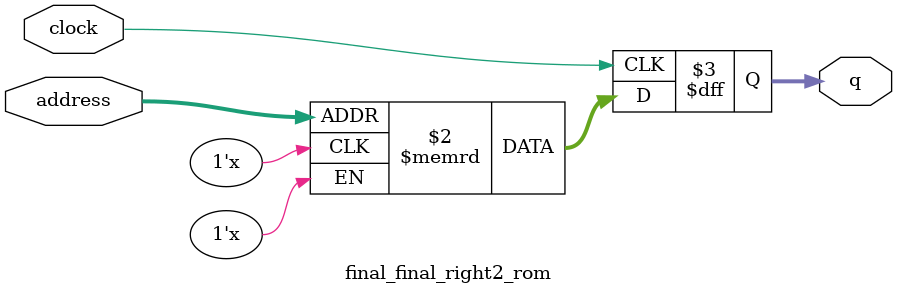
<source format=sv>
module final_final_right2_rom (
	input logic clock,
	input logic [9:0] address,
	output logic [2:0] q
);

logic [2:0] memory [0:1023] /* synthesis ram_init_file = "./final_final_right2/final_final_right2.mif" */;

always_ff @ (posedge clock) begin
	q <= memory[address];
end

endmodule

</source>
